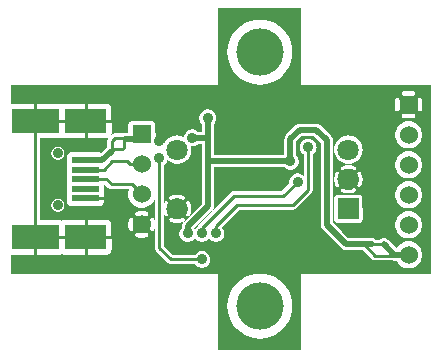
<source format=gbr>
G04 start of page 2 for group 0 idx 0 *
G04 Title: (unknown), top *
G04 Creator: pcb 20110918 *
G04 CreationDate: Mon 28 Oct 2013 08:12:09 PM GMT UTC *
G04 For: tszabo *
G04 Format: Gerber/RS-274X *
G04 PCB-Dimensions: 157480 125984 *
G04 PCB-Coordinate-Origin: lower left *
%MOIN*%
%FSLAX25Y25*%
%LNTOP*%
%ADD25C,0.0394*%
%ADD24C,0.0380*%
%ADD23C,0.0197*%
%ADD22C,0.0945*%
%ADD21C,0.0360*%
%ADD20R,0.0807X0.0807*%
%ADD19R,0.0197X0.0197*%
%ADD18C,0.0709*%
%ADD17C,0.0354*%
%ADD16C,0.0600*%
%ADD15C,0.1024*%
%ADD14C,0.1575*%
%ADD13C,0.0200*%
%ADD12C,0.0100*%
%ADD11C,0.0001*%
G54D11*G36*
X94471Y120078D02*X108268D01*
Y94094D01*
X94471D01*
Y94456D01*
X94488Y94455D01*
X96187Y94588D01*
X97844Y94986D01*
X99419Y95638D01*
X100872Y96529D01*
X102167Y97636D01*
X103274Y98931D01*
X104165Y100384D01*
X104817Y101959D01*
X105215Y103616D01*
X105315Y105315D01*
X105215Y107014D01*
X104817Y108671D01*
X104165Y110246D01*
X103274Y111699D01*
X102167Y112994D01*
X100872Y114101D01*
X99419Y114992D01*
X97844Y115644D01*
X96187Y116042D01*
X94488Y116175D01*
X94471Y116174D01*
Y120078D01*
G37*
G36*
X80709D02*X94471D01*
Y116174D01*
X92789Y116042D01*
X91132Y115644D01*
X89557Y114992D01*
X88104Y114101D01*
X86809Y112994D01*
X85702Y111699D01*
X84811Y110246D01*
X84159Y108671D01*
X83761Y107014D01*
X83628Y105315D01*
X83761Y103616D01*
X84159Y101959D01*
X84811Y100384D01*
X85702Y98931D01*
X86809Y97636D01*
X88104Y96529D01*
X89557Y95638D01*
X91132Y94986D01*
X92789Y94588D01*
X94471Y94456D01*
Y94094D01*
X80709D01*
Y120078D01*
G37*
G36*
X108268Y5905D02*X94471D01*
Y9810D01*
X94488Y9809D01*
X96187Y9942D01*
X97844Y10340D01*
X99419Y10992D01*
X100872Y11883D01*
X102167Y12990D01*
X103274Y14285D01*
X104165Y15738D01*
X104817Y17313D01*
X105215Y18970D01*
X105315Y20669D01*
X105215Y22368D01*
X104817Y24025D01*
X104165Y25600D01*
X103274Y27053D01*
X102167Y28348D01*
X100872Y29455D01*
X99419Y30346D01*
X97844Y30998D01*
X96187Y31396D01*
X94488Y31529D01*
X94471Y31528D01*
Y31890D01*
X108268D01*
Y5905D01*
G37*
G36*
X94471D02*X80709D01*
Y31890D01*
X94471D01*
Y31528D01*
X92789Y31396D01*
X91132Y30998D01*
X89557Y30346D01*
X88104Y29455D01*
X86809Y28348D01*
X85702Y27053D01*
X84811Y25600D01*
X84159Y24025D01*
X83761Y22368D01*
X83628Y20669D01*
X83761Y18970D01*
X84159Y17313D01*
X84811Y15738D01*
X85702Y14285D01*
X86809Y12990D01*
X88104Y11883D01*
X89557Y10992D01*
X91132Y10340D01*
X92789Y9942D01*
X94471Y9810D01*
Y5905D01*
G37*
G36*
X147844Y35302D02*X148116Y35746D01*
X148387Y36400D01*
X148552Y37089D01*
X148594Y37795D01*
X148552Y38501D01*
X148387Y39190D01*
X148116Y39844D01*
X147844Y40288D01*
Y45302D01*
X148116Y45746D01*
X148387Y46400D01*
X148552Y47089D01*
X148594Y47795D01*
X148552Y48501D01*
X148387Y49190D01*
X148116Y49844D01*
X147844Y50288D01*
Y55302D01*
X148116Y55746D01*
X148387Y56400D01*
X148552Y57089D01*
X148594Y57795D01*
X148552Y58501D01*
X148387Y59190D01*
X148116Y59844D01*
X147844Y60288D01*
Y65302D01*
X148116Y65746D01*
X148387Y66400D01*
X148552Y67089D01*
X148594Y67795D01*
X148552Y68501D01*
X148387Y69190D01*
X148116Y69844D01*
X147844Y70288D01*
Y75302D01*
X148116Y75746D01*
X148387Y76400D01*
X148552Y77089D01*
X148594Y77795D01*
X148552Y78501D01*
X148387Y79190D01*
X148116Y79844D01*
X147844Y80288D01*
Y85543D01*
X147962Y85552D01*
X148076Y85580D01*
X148186Y85625D01*
X148286Y85686D01*
X148376Y85763D01*
X148453Y85853D01*
X148514Y85953D01*
X148559Y86063D01*
X148587Y86177D01*
X148594Y86295D01*
Y89295D01*
X148587Y89413D01*
X148559Y89527D01*
X148514Y89637D01*
X148453Y89737D01*
X148376Y89827D01*
X148286Y89904D01*
X148186Y89965D01*
X148076Y90010D01*
X147962Y90038D01*
X147844Y90047D01*
Y94488D01*
X151575D01*
Y31496D01*
X147844D01*
Y35302D01*
G37*
G36*
Y80288D02*X147746Y80448D01*
X147286Y80987D01*
X146747Y81447D01*
X146143Y81817D01*
X145489Y82088D01*
X144800Y82253D01*
X144094Y82309D01*
Y83295D01*
X145594D01*
X145712Y83302D01*
X145826Y83330D01*
X145936Y83375D01*
X146036Y83436D01*
X146126Y83513D01*
X146203Y83603D01*
X146264Y83703D01*
X146309Y83813D01*
X146337Y83927D01*
X146346Y84045D01*
X146337Y84163D01*
X146309Y84277D01*
X146264Y84387D01*
X146203Y84487D01*
X146126Y84577D01*
X146036Y84654D01*
X145936Y84715D01*
X145826Y84760D01*
X145712Y84788D01*
X145594Y84795D01*
X144094D01*
Y90795D01*
X145594D01*
X145712Y90802D01*
X145826Y90830D01*
X145936Y90875D01*
X146036Y90936D01*
X146126Y91013D01*
X146203Y91103D01*
X146264Y91203D01*
X146309Y91313D01*
X146337Y91427D01*
X146346Y91545D01*
X146337Y91663D01*
X146309Y91777D01*
X146264Y91887D01*
X146203Y91987D01*
X146126Y92077D01*
X146036Y92154D01*
X145936Y92215D01*
X145826Y92260D01*
X145712Y92288D01*
X145594Y92295D01*
X144094D01*
Y94488D01*
X147844D01*
Y90047D01*
X147726Y90038D01*
X147612Y90010D01*
X147502Y89965D01*
X147402Y89904D01*
X147312Y89827D01*
X147235Y89737D01*
X147174Y89637D01*
X147129Y89527D01*
X147101Y89413D01*
X147094Y89295D01*
Y86295D01*
X147101Y86177D01*
X147129Y86063D01*
X147174Y85953D01*
X147235Y85853D01*
X147312Y85763D01*
X147402Y85686D01*
X147502Y85625D01*
X147612Y85580D01*
X147726Y85552D01*
X147844Y85543D01*
Y80288D01*
G37*
G36*
Y70288D02*X147746Y70448D01*
X147286Y70987D01*
X146747Y71447D01*
X146143Y71817D01*
X145489Y72088D01*
X144800Y72253D01*
X144094Y72309D01*
Y73281D01*
X144800Y73337D01*
X145489Y73502D01*
X146143Y73773D01*
X146747Y74143D01*
X147286Y74603D01*
X147746Y75142D01*
X147844Y75302D01*
Y70288D01*
G37*
G36*
Y60288D02*X147746Y60448D01*
X147286Y60987D01*
X146747Y61447D01*
X146143Y61817D01*
X145489Y62088D01*
X144800Y62253D01*
X144094Y62309D01*
Y63281D01*
X144800Y63337D01*
X145489Y63502D01*
X146143Y63773D01*
X146747Y64143D01*
X147286Y64603D01*
X147746Y65142D01*
X147844Y65302D01*
Y60288D01*
G37*
G36*
Y50288D02*X147746Y50448D01*
X147286Y50987D01*
X146747Y51447D01*
X146143Y51817D01*
X145489Y52088D01*
X144800Y52253D01*
X144094Y52309D01*
Y53281D01*
X144800Y53337D01*
X145489Y53502D01*
X146143Y53773D01*
X146747Y54143D01*
X147286Y54603D01*
X147746Y55142D01*
X147844Y55302D01*
Y50288D01*
G37*
G36*
Y40288D02*X147746Y40448D01*
X147286Y40987D01*
X146747Y41447D01*
X146143Y41817D01*
X145489Y42088D01*
X144800Y42253D01*
X144094Y42309D01*
Y43281D01*
X144800Y43337D01*
X145489Y43502D01*
X146143Y43773D01*
X146747Y44143D01*
X147286Y44603D01*
X147746Y45142D01*
X147844Y45302D01*
Y40288D01*
G37*
G36*
X144094Y33281D02*X144800Y33337D01*
X145489Y33502D01*
X146143Y33773D01*
X146747Y34143D01*
X147286Y34603D01*
X147746Y35142D01*
X147844Y35302D01*
Y31496D01*
X144094D01*
Y33281D01*
G37*
G36*
X140344Y55302D02*X140442Y55142D01*
X140902Y54603D01*
X141441Y54143D01*
X142045Y53773D01*
X142699Y53502D01*
X143388Y53337D01*
X144094Y53281D01*
Y52309D01*
X143388Y52253D01*
X142699Y52088D01*
X142045Y51817D01*
X141441Y51447D01*
X140902Y50987D01*
X140442Y50448D01*
X140344Y50288D01*
Y55302D01*
G37*
G36*
Y65302D02*X140442Y65142D01*
X140902Y64603D01*
X141441Y64143D01*
X142045Y63773D01*
X142699Y63502D01*
X143388Y63337D01*
X144094Y63281D01*
Y62309D01*
X143388Y62253D01*
X142699Y62088D01*
X142045Y61817D01*
X141441Y61447D01*
X140902Y60987D01*
X140442Y60448D01*
X140344Y60288D01*
Y65302D01*
G37*
G36*
Y75302D02*X140442Y75142D01*
X140902Y74603D01*
X141441Y74143D01*
X142045Y73773D01*
X142699Y73502D01*
X143388Y73337D01*
X144094Y73281D01*
Y72309D01*
X143388Y72253D01*
X142699Y72088D01*
X142045Y71817D01*
X141441Y71447D01*
X140902Y70987D01*
X140442Y70448D01*
X140344Y70288D01*
Y75302D01*
G37*
G36*
Y94488D02*X144094D01*
Y92295D01*
X142594D01*
X142476Y92288D01*
X142362Y92260D01*
X142252Y92215D01*
X142152Y92154D01*
X142062Y92077D01*
X141985Y91987D01*
X141924Y91887D01*
X141879Y91777D01*
X141851Y91663D01*
X141842Y91545D01*
X141851Y91427D01*
X141879Y91313D01*
X141924Y91203D01*
X141985Y91103D01*
X142062Y91013D01*
X142152Y90936D01*
X142252Y90875D01*
X142362Y90830D01*
X142476Y90802D01*
X142594Y90795D01*
X144094D01*
Y84795D01*
X142594D01*
X142476Y84788D01*
X142362Y84760D01*
X142252Y84715D01*
X142152Y84654D01*
X142062Y84577D01*
X141985Y84487D01*
X141924Y84387D01*
X141879Y84277D01*
X141851Y84163D01*
X141842Y84045D01*
X141851Y83927D01*
X141879Y83813D01*
X141924Y83703D01*
X141985Y83603D01*
X142062Y83513D01*
X142152Y83436D01*
X142252Y83375D01*
X142362Y83330D01*
X142476Y83302D01*
X142594Y83295D01*
X144094D01*
Y82309D01*
X143388Y82253D01*
X142699Y82088D01*
X142045Y81817D01*
X141441Y81447D01*
X140902Y80987D01*
X140442Y80448D01*
X140344Y80288D01*
Y85543D01*
X140462Y85552D01*
X140576Y85580D01*
X140686Y85625D01*
X140786Y85686D01*
X140876Y85763D01*
X140953Y85853D01*
X141014Y85953D01*
X141059Y86063D01*
X141087Y86177D01*
X141094Y86295D01*
Y89295D01*
X141087Y89413D01*
X141059Y89527D01*
X141014Y89637D01*
X140953Y89737D01*
X140876Y89827D01*
X140786Y89904D01*
X140686Y89965D01*
X140576Y90010D01*
X140462Y90038D01*
X140344Y90047D01*
Y94488D01*
G37*
G36*
X144094Y42309D02*X143388Y42253D01*
X142699Y42088D01*
X142045Y41817D01*
X141441Y41447D01*
X140902Y40987D01*
X140442Y40448D01*
X140344Y40288D01*
Y45302D01*
X140442Y45142D01*
X140902Y44603D01*
X141441Y44143D01*
X142045Y43773D01*
X142699Y43502D01*
X143388Y43337D01*
X144094Y43281D01*
Y42309D01*
G37*
G36*
X140344Y40288D02*X140101Y39892D01*
X137241Y42752D01*
X137006Y42961D01*
X136738Y43126D01*
X136447Y43246D01*
X136141Y43319D01*
X135827Y43344D01*
X135513Y43319D01*
X135207Y43246D01*
X134916Y43126D01*
X134648Y42961D01*
X134504Y42838D01*
X133213D01*
X133069Y42961D01*
X132801Y43126D01*
X132510Y43246D01*
X132204Y43319D01*
X131890Y43338D01*
X127895D01*
Y48471D01*
X127926Y48479D01*
X128097Y48550D01*
X128256Y48647D01*
X128397Y48768D01*
X128518Y48909D01*
X128615Y49068D01*
X128686Y49239D01*
X128730Y49420D01*
X128740Y49606D01*
X128730Y56878D01*
X128686Y57059D01*
X128615Y57230D01*
X128518Y57389D01*
X128397Y57530D01*
X128256Y57651D01*
X128097Y57748D01*
X127926Y57819D01*
X127895Y57827D01*
Y60474D01*
X127898Y60476D01*
X127979Y60522D01*
X128051Y60580D01*
X128114Y60649D01*
X128163Y60728D01*
X128356Y61112D01*
X128508Y61513D01*
X128624Y61927D01*
X128702Y62349D01*
X128740Y62777D01*
Y63207D01*
X128702Y63635D01*
X128624Y64057D01*
X128508Y64471D01*
X128356Y64872D01*
X128167Y65258D01*
X128116Y65337D01*
X128054Y65406D01*
X127981Y65465D01*
X127900Y65511D01*
X127895Y65513D01*
Y70122D01*
X128239Y70684D01*
X128523Y71371D01*
X128697Y72094D01*
X128740Y72835D01*
X128697Y73576D01*
X128523Y74299D01*
X128239Y74986D01*
X127895Y75548D01*
Y94488D01*
X140344D01*
Y90047D01*
X140226Y90038D01*
X140112Y90010D01*
X140002Y89965D01*
X139902Y89904D01*
X139812Y89827D01*
X139735Y89737D01*
X139674Y89637D01*
X139629Y89527D01*
X139601Y89413D01*
X139594Y89295D01*
Y86295D01*
X139601Y86177D01*
X139629Y86063D01*
X139674Y85953D01*
X139735Y85853D01*
X139812Y85763D01*
X139902Y85686D01*
X140002Y85625D01*
X140112Y85580D01*
X140226Y85552D01*
X140344Y85543D01*
Y80288D01*
X140072Y79844D01*
X139801Y79190D01*
X139636Y78501D01*
X139580Y77795D01*
X139636Y77089D01*
X139801Y76400D01*
X140072Y75746D01*
X140344Y75302D01*
Y70288D01*
X140072Y69844D01*
X139801Y69190D01*
X139636Y68501D01*
X139580Y67795D01*
X139636Y67089D01*
X139801Y66400D01*
X140072Y65746D01*
X140344Y65302D01*
Y60288D01*
X140072Y59844D01*
X139801Y59190D01*
X139636Y58501D01*
X139580Y57795D01*
X139636Y57089D01*
X139801Y56400D01*
X140072Y55746D01*
X140344Y55302D01*
Y50288D01*
X140072Y49844D01*
X139801Y49190D01*
X139636Y48501D01*
X139580Y47795D01*
X139636Y47089D01*
X139801Y46400D01*
X140072Y45746D01*
X140344Y45302D01*
Y40288D01*
G37*
G36*
X127895Y39338D02*X129013D01*
X131969Y36382D01*
X132007Y36337D01*
X132187Y36184D01*
X132388Y36060D01*
X132606Y35970D01*
X132836Y35915D01*
X133071Y35896D01*
X133130Y35901D01*
X138716D01*
X138750Y35887D01*
X138824Y35869D01*
X139056Y35814D01*
X139370Y35789D01*
X139448Y35795D01*
X140052D01*
X140072Y35746D01*
X140442Y35142D01*
X140902Y34603D01*
X141441Y34143D01*
X142045Y33773D01*
X142699Y33502D01*
X143388Y33337D01*
X144094Y33281D01*
Y31496D01*
X127895D01*
Y39338D01*
G37*
G36*
Y75548D02*X127850Y75621D01*
X127367Y76186D01*
X126802Y76669D01*
X126167Y77058D01*
X125480Y77342D01*
X124757Y77516D01*
X124016Y77574D01*
X124009Y77573D01*
Y94488D01*
X127895D01*
Y75548D01*
G37*
G36*
Y57827D02*X127745Y57863D01*
X127560Y57874D01*
X124009Y57868D01*
Y58268D01*
X124231D01*
X124659Y58306D01*
X125081Y58384D01*
X125495Y58500D01*
X125896Y58652D01*
X126282Y58841D01*
X126361Y58892D01*
X126430Y58954D01*
X126489Y59027D01*
X126535Y59108D01*
X126569Y59196D01*
X126588Y59287D01*
X126593Y59380D01*
X126583Y59473D01*
X126558Y59564D01*
X126520Y59649D01*
X126469Y59727D01*
X126406Y59797D01*
X126333Y59855D01*
X126252Y59902D01*
X126165Y59935D01*
X126073Y59955D01*
X125980Y59959D01*
X125887Y59949D01*
X125797Y59925D01*
X125712Y59885D01*
X125425Y59741D01*
X125124Y59626D01*
X124814Y59540D01*
X124497Y59481D01*
X124177Y59452D01*
X124009D01*
Y66532D01*
X124177D01*
X124497Y66503D01*
X124814Y66444D01*
X125124Y66358D01*
X125425Y66243D01*
X125714Y66102D01*
X125798Y66063D01*
X125888Y66038D01*
X125980Y66028D01*
X126073Y66033D01*
X126164Y66052D01*
X126251Y66085D01*
X126331Y66132D01*
X126404Y66190D01*
X126466Y66259D01*
X126517Y66337D01*
X126555Y66421D01*
X126579Y66511D01*
X126589Y66604D01*
X126584Y66696D01*
X126565Y66787D01*
X126532Y66874D01*
X126486Y66955D01*
X126428Y67027D01*
X126359Y67090D01*
X126280Y67139D01*
X125896Y67332D01*
X125495Y67484D01*
X125081Y67600D01*
X124659Y67678D01*
X124231Y67716D01*
X124009D01*
Y68097D01*
X124016Y68096D01*
X124757Y68154D01*
X125480Y68328D01*
X126167Y68612D01*
X126802Y69001D01*
X127367Y69484D01*
X127850Y70049D01*
X127895Y70122D01*
Y65513D01*
X127812Y65545D01*
X127721Y65564D01*
X127628Y65569D01*
X127535Y65559D01*
X127444Y65534D01*
X127359Y65496D01*
X127281Y65445D01*
X127211Y65382D01*
X127153Y65309D01*
X127106Y65228D01*
X127073Y65141D01*
X127053Y65049D01*
X127049Y64956D01*
X127059Y64863D01*
X127083Y64773D01*
X127123Y64688D01*
X127267Y64401D01*
X127382Y64100D01*
X127468Y63790D01*
X127527Y63473D01*
X127556Y63153D01*
Y62831D01*
X127527Y62511D01*
X127468Y62194D01*
X127382Y61884D01*
X127267Y61583D01*
X127126Y61294D01*
X127087Y61210D01*
X127062Y61120D01*
X127052Y61028D01*
X127057Y60935D01*
X127076Y60844D01*
X127109Y60757D01*
X127156Y60677D01*
X127214Y60604D01*
X127283Y60542D01*
X127361Y60491D01*
X127445Y60453D01*
X127535Y60429D01*
X127628Y60419D01*
X127720Y60424D01*
X127811Y60443D01*
X127895Y60474D01*
Y57827D01*
G37*
G36*
Y43338D02*X124057D01*
X124009Y43386D01*
Y48430D01*
X127745Y48435D01*
X127895Y48471D01*
Y43338D01*
G37*
G36*
X124009Y39338D02*X127895D01*
Y31496D01*
X124009D01*
Y39338D01*
G37*
G36*
X120137Y70122D02*X120182Y70049D01*
X120665Y69484D01*
X121230Y69001D01*
X121865Y68612D01*
X122552Y68328D01*
X123275Y68154D01*
X124009Y68097D01*
Y67716D01*
X123801D01*
X123373Y67678D01*
X122951Y67600D01*
X122537Y67484D01*
X122136Y67332D01*
X121750Y67143D01*
X121671Y67092D01*
X121602Y67030D01*
X121543Y66957D01*
X121497Y66876D01*
X121463Y66788D01*
X121444Y66697D01*
X121439Y66604D01*
X121449Y66511D01*
X121474Y66420D01*
X121512Y66335D01*
X121563Y66257D01*
X121626Y66187D01*
X121699Y66129D01*
X121780Y66082D01*
X121867Y66049D01*
X121959Y66029D01*
X122052Y66025D01*
X122145Y66035D01*
X122235Y66059D01*
X122320Y66099D01*
X122607Y66243D01*
X122908Y66358D01*
X123218Y66444D01*
X123535Y66503D01*
X123855Y66532D01*
X124009D01*
Y59452D01*
X123855D01*
X123535Y59481D01*
X123218Y59540D01*
X122908Y59626D01*
X122607Y59741D01*
X122318Y59882D01*
X122234Y59921D01*
X122144Y59946D01*
X122052Y59956D01*
X121959Y59951D01*
X121868Y59932D01*
X121781Y59899D01*
X121701Y59852D01*
X121628Y59794D01*
X121566Y59725D01*
X121515Y59647D01*
X121477Y59563D01*
X121453Y59473D01*
X121443Y59380D01*
X121448Y59288D01*
X121467Y59197D01*
X121500Y59110D01*
X121546Y59029D01*
X121604Y58957D01*
X121673Y58894D01*
X121752Y58845D01*
X122136Y58652D01*
X122537Y58500D01*
X122951Y58384D01*
X123373Y58306D01*
X123801Y58268D01*
X124009D01*
Y57868D01*
X120287Y57863D01*
X120137Y57827D01*
Y60471D01*
X120220Y60439D01*
X120311Y60420D01*
X120404Y60415D01*
X120497Y60425D01*
X120588Y60450D01*
X120673Y60488D01*
X120751Y60539D01*
X120821Y60602D01*
X120879Y60675D01*
X120926Y60756D01*
X120959Y60843D01*
X120979Y60935D01*
X120983Y61028D01*
X120973Y61121D01*
X120949Y61211D01*
X120909Y61296D01*
X120765Y61583D01*
X120650Y61884D01*
X120564Y62194D01*
X120505Y62511D01*
X120476Y62831D01*
Y63153D01*
X120505Y63473D01*
X120564Y63790D01*
X120650Y64100D01*
X120765Y64401D01*
X120906Y64690D01*
X120945Y64774D01*
X120970Y64864D01*
X120980Y64956D01*
X120975Y65049D01*
X120956Y65140D01*
X120923Y65227D01*
X120876Y65307D01*
X120818Y65380D01*
X120749Y65442D01*
X120671Y65493D01*
X120587Y65531D01*
X120497Y65555D01*
X120404Y65565D01*
X120312Y65560D01*
X120221Y65541D01*
X120137Y65510D01*
Y70122D01*
G37*
G36*
Y94488D02*X124009D01*
Y77573D01*
X123275Y77516D01*
X122552Y77342D01*
X121865Y77058D01*
X121230Y76669D01*
X120665Y76186D01*
X120182Y75621D01*
X120137Y75548D01*
Y94488D01*
G37*
G36*
X124009Y43386D02*X122012Y45382D01*
X120137Y47258D01*
Y48471D01*
X120287Y48435D01*
X120472Y48424D01*
X124009Y48430D01*
Y43386D01*
G37*
G36*
X120137Y47258D02*X118929Y48466D01*
Y75906D01*
X118935Y75984D01*
X118910Y76298D01*
X118837Y76604D01*
X118717Y76895D01*
X118552Y77163D01*
X118552Y77163D01*
X118348Y77403D01*
X118288Y77454D01*
X114856Y80886D01*
X114805Y80946D01*
X114565Y81150D01*
X114565Y81150D01*
X114297Y81315D01*
X114006Y81435D01*
X113700Y81508D01*
X113386Y81533D01*
X113308Y81527D01*
X107952D01*
X107874Y81533D01*
X107560Y81508D01*
X107254Y81435D01*
X106963Y81315D01*
X106695Y81150D01*
X106694Y81150D01*
X106455Y80946D01*
X106404Y80886D01*
X103366Y77847D01*
X103306Y77796D01*
X103101Y77557D01*
X102937Y77288D01*
X102816Y76998D01*
X102743Y76692D01*
X102718Y76378D01*
X102724Y76299D01*
Y70897D01*
X79165D01*
Y76693D01*
X79171Y76771D01*
X79165Y76850D01*
Y81494D01*
X79437Y81813D01*
X79668Y82189D01*
X79836Y82596D01*
X79939Y83025D01*
X79965Y83464D01*
X79939Y83903D01*
X79836Y84332D01*
X79668Y84739D01*
X79437Y85115D01*
X79151Y85450D01*
X78816Y85736D01*
X78440Y85967D01*
X78033Y86135D01*
X77604Y86238D01*
X77165Y86273D01*
X76726Y86238D01*
X76297Y86135D01*
X75890Y85967D01*
X75514Y85736D01*
X75179Y85450D01*
X74893Y85115D01*
X74662Y84739D01*
X74494Y84332D01*
X74391Y83903D01*
X74356Y83464D01*
X74391Y83025D01*
X74494Y82596D01*
X74662Y82189D01*
X74893Y81813D01*
X75159Y81502D01*
Y81502D01*
X75165Y81494D01*
Y78771D01*
X74017D01*
X74009Y78777D01*
X74009D01*
X73698Y79043D01*
X73322Y79274D01*
X72915Y79442D01*
X72486Y79545D01*
X72047Y79580D01*
X71608Y79545D01*
X71179Y79442D01*
X70772Y79274D01*
X70396Y79043D01*
X70061Y78757D01*
X69775Y78422D01*
X69544Y78046D01*
X69376Y77639D01*
X69360Y77574D01*
X69273Y77210D01*
X69253Y76952D01*
X69080Y77058D01*
X68393Y77342D01*
X67670Y77516D01*
X66929Y77574D01*
X66188Y77516D01*
X65465Y77342D01*
X64778Y77058D01*
X64143Y76669D01*
X63728Y76314D01*
X63635Y76700D01*
X63467Y77107D01*
X63236Y77483D01*
X63158Y77574D01*
X62950Y77818D01*
X62615Y78104D01*
X62239Y78335D01*
X61832Y78503D01*
X61403Y78606D01*
X60964Y78641D01*
X60525Y78606D01*
X60096Y78503D01*
X59689Y78335D01*
X59609Y78286D01*
X59603Y81148D01*
X59548Y81378D01*
X59458Y81596D01*
X59334Y81797D01*
X59181Y81977D01*
X59001Y82130D01*
X58800Y82254D01*
X58582Y82344D01*
X58352Y82399D01*
X58117Y82413D01*
X55119Y82406D01*
Y94488D01*
X94064D01*
X94488Y94455D01*
X94912Y94488D01*
X120137D01*
Y75548D01*
X119793Y74986D01*
X119509Y74299D01*
X119335Y73576D01*
X119277Y72835D01*
X119335Y72094D01*
X119509Y71371D01*
X119793Y70684D01*
X120137Y70122D01*
Y65510D01*
X120134Y65508D01*
X120053Y65462D01*
X119981Y65404D01*
X119918Y65335D01*
X119869Y65256D01*
X119676Y64872D01*
X119524Y64471D01*
X119408Y64057D01*
X119330Y63635D01*
X119292Y63207D01*
Y62777D01*
X119330Y62349D01*
X119408Y61927D01*
X119524Y61513D01*
X119676Y61112D01*
X119865Y60726D01*
X119916Y60647D01*
X119978Y60578D01*
X120051Y60519D01*
X120132Y60473D01*
X120137Y60471D01*
Y57827D01*
X120106Y57819D01*
X119935Y57748D01*
X119776Y57651D01*
X119635Y57530D01*
X119514Y57389D01*
X119417Y57230D01*
X119346Y57059D01*
X119302Y56878D01*
X119292Y56692D01*
X119302Y49420D01*
X119346Y49239D01*
X119417Y49068D01*
X119514Y48909D01*
X119635Y48768D01*
X119776Y48647D01*
X119935Y48550D01*
X120106Y48479D01*
X120137Y48471D01*
Y47258D01*
G37*
G36*
X70808Y70122D02*X71152Y70684D01*
X71436Y71371D01*
X71610Y72094D01*
X71654Y72835D01*
X71610Y73576D01*
X71503Y74022D01*
X71608Y73997D01*
X72047Y73962D01*
X72486Y73997D01*
X72915Y74100D01*
X73322Y74268D01*
X73698Y74499D01*
X74017Y74771D01*
X75165D01*
Y68976D01*
X75159Y68898D01*
X75159Y68894D01*
X75165Y68819D01*
Y54765D01*
X70808Y50407D01*
Y50631D01*
X70811Y50633D01*
X70892Y50679D01*
X70964Y50737D01*
X71027Y50806D01*
X71076Y50885D01*
X71269Y51269D01*
X71421Y51670D01*
X71537Y52084D01*
X71615Y52506D01*
X71653Y52934D01*
Y53364D01*
X71615Y53792D01*
X71537Y54214D01*
X71421Y54628D01*
X71269Y55029D01*
X71080Y55415D01*
X71029Y55494D01*
X70967Y55563D01*
X70894Y55622D01*
X70813Y55668D01*
X70808Y55670D01*
Y70122D01*
G37*
G36*
X112691Y75520D02*X112616Y75608D01*
X112281Y75894D01*
X111905Y76124D01*
X111498Y76293D01*
X111069Y76396D01*
X110630Y76430D01*
X110191Y76396D01*
X109762Y76293D01*
X109355Y76124D01*
X108979Y75894D01*
X108644Y75608D01*
X108358Y75273D01*
X108127Y74897D01*
X107959Y74490D01*
X107856Y74061D01*
X107821Y73622D01*
X107856Y73182D01*
X107959Y72754D01*
X108127Y72347D01*
X108358Y71971D01*
X108644Y71636D01*
X108979Y71350D01*
X109130Y71257D01*
Y64123D01*
X109073Y64190D01*
X108737Y64477D01*
X108362Y64707D01*
X107955Y64876D01*
X107526Y64979D01*
X107087Y65013D01*
X106647Y64979D01*
X106219Y64876D01*
X105812Y64707D01*
X105436Y64477D01*
X105101Y64190D01*
X104814Y63855D01*
X104584Y63480D01*
X104415Y63072D01*
X104313Y62644D01*
X104278Y62204D01*
X104283Y62134D01*
X104313Y61765D01*
X104354Y61593D01*
X101741Y58980D01*
X85885D01*
X85827Y58985D01*
X85595Y58966D01*
X85592Y58966D01*
X85362Y58911D01*
X85144Y58821D01*
X84943Y58697D01*
X84763Y58544D01*
X84725Y58499D01*
X74178Y47952D01*
X74133Y47914D01*
X73980Y47734D01*
X73856Y47533D01*
X73766Y47315D01*
X73759Y47284D01*
X73546Y47154D01*
X73211Y46868D01*
X72925Y46533D01*
X72834Y46386D01*
X72744Y46533D01*
X72673Y46616D01*
X78524Y52467D01*
X78584Y52518D01*
X78788Y52757D01*
X78788Y52757D01*
X78953Y53026D01*
X79073Y53316D01*
X79146Y53623D01*
X79171Y53936D01*
X79165Y54015D01*
Y66897D01*
X102755D01*
X103074Y66625D01*
X103449Y66395D01*
X103856Y66226D01*
X104285Y66123D01*
X104724Y66089D01*
X105164Y66123D01*
X105592Y66226D01*
X106000Y66395D01*
X106375Y66625D01*
X106710Y66911D01*
X106997Y67247D01*
X107227Y67622D01*
X107396Y68029D01*
X107498Y68458D01*
X107524Y68897D01*
X107498Y69337D01*
X107396Y69765D01*
X107227Y70172D01*
X106997Y70548D01*
X106724Y70867D01*
Y75549D01*
X108702Y77527D01*
X112558D01*
X114929Y75156D01*
Y47716D01*
X114923Y47638D01*
X114948Y47324D01*
X114948Y47324D01*
Y47324D01*
X114948Y47324D01*
X114991Y47143D01*
X115021Y47018D01*
X115021Y47018D01*
X115021Y47018D01*
X115087Y46859D01*
X115141Y46727D01*
X115141Y46727D01*
X115141Y46727D01*
X115222Y46595D01*
X115306Y46459D01*
X115306Y46459D01*
X115306Y46459D01*
X115510Y46219D01*
X115570Y46168D01*
X121758Y39979D01*
X121809Y39919D01*
X122048Y39716D01*
X122049Y39715D01*
X122049Y39715D01*
X122049Y39715D01*
X122171Y39640D01*
X122317Y39551D01*
X122317Y39551D01*
X122317Y39550D01*
X122466Y39489D01*
X122608Y39430D01*
X122608Y39430D01*
X122608Y39430D01*
X122770Y39391D01*
X122914Y39357D01*
X122914Y39357D01*
X122914Y39357D01*
X122915Y39356D01*
X123228Y39332D01*
X123306Y39338D01*
X124009D01*
Y31496D01*
X94912D01*
X94488Y31529D01*
X94064Y31496D01*
X70808D01*
Y34720D01*
X72832D01*
X72925Y34569D01*
X73211Y34234D01*
X73546Y33948D01*
X73922Y33717D01*
X74329Y33549D01*
X74758Y33446D01*
X75197Y33411D01*
X75636Y33446D01*
X76065Y33549D01*
X76472Y33717D01*
X76848Y33948D01*
X77183Y34234D01*
X77469Y34569D01*
X77700Y34945D01*
X77868Y35352D01*
X77971Y35781D01*
X77997Y36220D01*
X77971Y36659D01*
X77868Y37088D01*
X77700Y37495D01*
X77469Y37871D01*
X77183Y38206D01*
X76848Y38492D01*
X76472Y38723D01*
X76065Y38891D01*
X75636Y38994D01*
X75197Y39029D01*
X74758Y38994D01*
X74329Y38891D01*
X73922Y38723D01*
X73546Y38492D01*
X73211Y38206D01*
X72925Y37871D01*
X72835Y37725D01*
X72832Y37720D01*
X70808D01*
Y42100D01*
X70911Y42108D01*
X71340Y42211D01*
X71747Y42379D01*
X72123Y42610D01*
X72458Y42896D01*
X72744Y43231D01*
X72834Y43378D01*
X72925Y43231D01*
X73211Y42896D01*
X73546Y42610D01*
X73922Y42379D01*
X74329Y42211D01*
X74758Y42108D01*
X75197Y42073D01*
X75636Y42108D01*
X76065Y42211D01*
X76472Y42379D01*
X76848Y42610D01*
X77183Y42896D01*
X77469Y43231D01*
X77559Y43378D01*
X77649Y43231D01*
X77935Y42896D01*
X78270Y42610D01*
X78646Y42379D01*
X79053Y42211D01*
X79482Y42108D01*
X79921Y42073D01*
X80360Y42108D01*
X80789Y42211D01*
X81196Y42379D01*
X81572Y42610D01*
X81907Y42896D01*
X82193Y43231D01*
X82424Y43607D01*
X82592Y44014D01*
X82695Y44443D01*
X82721Y44882D01*
X82695Y45321D01*
X82595Y45739D01*
X82592Y45750D01*
X82424Y46157D01*
X82193Y46533D01*
X81907Y46868D01*
X81777Y46979D01*
X87629Y52830D01*
X105453D01*
X105512Y52826D01*
X105747Y52844D01*
X105747Y52844D01*
X105977Y52899D01*
X106195Y52990D01*
X106396Y53113D01*
X106576Y53267D01*
X106614Y53311D01*
X111649Y58346D01*
X111694Y58385D01*
X111847Y58564D01*
X111847Y58564D01*
X111971Y58765D01*
X112061Y58984D01*
X112116Y59213D01*
X112135Y59449D01*
X112130Y59507D01*
Y71257D01*
X112281Y71350D01*
X112616Y71636D01*
X112902Y71971D01*
X113132Y72347D01*
X113301Y72754D01*
X113316Y72815D01*
Y72815D01*
X113404Y73182D01*
X113430Y73622D01*
X113404Y74061D01*
X113301Y74490D01*
X113132Y74897D01*
X112902Y75273D01*
X112691Y75520D01*
G37*
G36*
X70808Y37720D02*X66931D01*
Y48425D01*
X67144D01*
X67572Y48463D01*
X67994Y48541D01*
X68408Y48657D01*
X68809Y48809D01*
X69195Y48998D01*
X69274Y49049D01*
X69343Y49111D01*
X69402Y49184D01*
X69448Y49265D01*
X69482Y49353D01*
X69501Y49444D01*
X69506Y49537D01*
X69496Y49630D01*
X69471Y49721D01*
X69433Y49806D01*
X69382Y49884D01*
X69319Y49954D01*
X69246Y50012D01*
X69165Y50059D01*
X69078Y50092D01*
X68986Y50112D01*
X68893Y50116D01*
X68800Y50106D01*
X68710Y50082D01*
X68625Y50042D01*
X68338Y49898D01*
X68037Y49783D01*
X67727Y49697D01*
X67410Y49638D01*
X67090Y49609D01*
X66931D01*
Y56689D01*
X67090D01*
X67410Y56660D01*
X67727Y56601D01*
X68037Y56515D01*
X68338Y56400D01*
X68627Y56259D01*
X68711Y56220D01*
X68801Y56195D01*
X68893Y56185D01*
X68986Y56190D01*
X69077Y56209D01*
X69164Y56242D01*
X69244Y56289D01*
X69317Y56347D01*
X69379Y56416D01*
X69430Y56494D01*
X69468Y56578D01*
X69492Y56668D01*
X69502Y56761D01*
X69497Y56853D01*
X69478Y56944D01*
X69445Y57031D01*
X69399Y57112D01*
X69341Y57184D01*
X69272Y57247D01*
X69193Y57296D01*
X68809Y57489D01*
X68408Y57641D01*
X67994Y57757D01*
X67572Y57835D01*
X67144Y57873D01*
X66931D01*
Y68096D01*
X67670Y68154D01*
X68393Y68328D01*
X69080Y68612D01*
X69715Y69001D01*
X70280Y69484D01*
X70763Y70049D01*
X70808Y70122D01*
Y55670D01*
X70725Y55702D01*
X70634Y55721D01*
X70541Y55726D01*
X70448Y55716D01*
X70357Y55691D01*
X70272Y55653D01*
X70194Y55602D01*
X70124Y55539D01*
X70066Y55466D01*
X70019Y55385D01*
X69986Y55298D01*
X69966Y55206D01*
X69962Y55113D01*
X69972Y55020D01*
X69996Y54930D01*
X70036Y54845D01*
X70180Y54558D01*
X70295Y54257D01*
X70381Y53947D01*
X70440Y53630D01*
X70469Y53310D01*
Y52988D01*
X70451Y52793D01*
X70440Y52668D01*
X70381Y52351D01*
X70295Y52041D01*
X70180Y51740D01*
X70039Y51451D01*
X70000Y51367D01*
X69975Y51277D01*
X69965Y51185D01*
X69970Y51092D01*
X69989Y51001D01*
X70022Y50914D01*
X70069Y50834D01*
X70127Y50761D01*
X70196Y50699D01*
X70274Y50648D01*
X70358Y50610D01*
X70448Y50586D01*
X70541Y50576D01*
X70633Y50581D01*
X70724Y50600D01*
X70808Y50631D01*
Y50407D01*
X69113Y48713D01*
X69053Y48662D01*
X68849Y48423D01*
X68684Y48154D01*
X68564Y47863D01*
X68491Y47557D01*
X68466Y47243D01*
X68472Y47165D01*
Y46852D01*
X68466Y46844D01*
X68200Y46533D01*
X67969Y46157D01*
X67801Y45750D01*
X67698Y45321D01*
X67663Y44882D01*
X67698Y44443D01*
X67801Y44014D01*
X67969Y43607D01*
X68200Y43231D01*
X68486Y42896D01*
X68821Y42610D01*
X69197Y42379D01*
X69604Y42211D01*
X70033Y42108D01*
X70472Y42073D01*
X70808Y42100D01*
Y37720D01*
G37*
G36*
X66931D02*X65582D01*
X62524Y40779D01*
Y51442D01*
X62589Y51269D01*
X62778Y50883D01*
X62829Y50804D01*
X62891Y50735D01*
X62964Y50676D01*
X63045Y50630D01*
X63133Y50596D01*
X63224Y50577D01*
X63317Y50572D01*
X63410Y50582D01*
X63501Y50607D01*
X63586Y50645D01*
X63664Y50696D01*
X63734Y50759D01*
X63792Y50832D01*
X63839Y50913D01*
X63872Y51000D01*
X63892Y51092D01*
X63896Y51185D01*
X63886Y51278D01*
X63862Y51368D01*
X63822Y51453D01*
X63678Y51740D01*
X63563Y52041D01*
X63477Y52351D01*
X63418Y52668D01*
X63389Y52988D01*
Y53310D01*
X63418Y53630D01*
X63477Y53947D01*
X63563Y54257D01*
X63678Y54558D01*
X63819Y54847D01*
X63858Y54931D01*
X63883Y55021D01*
X63893Y55113D01*
X63888Y55206D01*
X63869Y55297D01*
X63836Y55384D01*
X63789Y55464D01*
X63731Y55537D01*
X63662Y55599D01*
X63584Y55650D01*
X63500Y55688D01*
X63410Y55712D01*
X63317Y55722D01*
X63225Y55717D01*
X63134Y55698D01*
X63047Y55665D01*
X62966Y55619D01*
X62894Y55561D01*
X62831Y55492D01*
X62782Y55413D01*
X62589Y55029D01*
X62524Y54856D01*
Y67714D01*
X62674Y67806D01*
X63010Y68092D01*
X63296Y68428D01*
X63526Y68803D01*
X63695Y69211D01*
X63729Y69355D01*
X63773Y69318D01*
X64143Y69001D01*
X64778Y68612D01*
X65465Y68328D01*
X66188Y68154D01*
X66929Y68096D01*
X66931Y68096D01*
Y57873D01*
X66714D01*
X66286Y57835D01*
X65864Y57757D01*
X65450Y57641D01*
X65049Y57489D01*
X64663Y57300D01*
X64584Y57249D01*
X64515Y57187D01*
X64456Y57114D01*
X64410Y57033D01*
X64376Y56945D01*
X64357Y56854D01*
X64352Y56761D01*
X64362Y56668D01*
X64387Y56577D01*
X64425Y56492D01*
X64476Y56414D01*
X64539Y56344D01*
X64612Y56286D01*
X64693Y56239D01*
X64780Y56206D01*
X64872Y56186D01*
X64965Y56182D01*
X65058Y56192D01*
X65148Y56216D01*
X65233Y56256D01*
X65520Y56400D01*
X65821Y56515D01*
X66131Y56601D01*
X66448Y56660D01*
X66768Y56689D01*
X66931D01*
Y49609D01*
X66768D01*
X66448Y49638D01*
X66131Y49697D01*
X65821Y49783D01*
X65520Y49898D01*
X65231Y50039D01*
X65147Y50078D01*
X65057Y50103D01*
X64965Y50113D01*
X64872Y50108D01*
X64781Y50089D01*
X64694Y50056D01*
X64614Y50009D01*
X64541Y49951D01*
X64479Y49882D01*
X64428Y49804D01*
X64390Y49720D01*
X64366Y49630D01*
X64356Y49537D01*
X64361Y49445D01*
X64380Y49354D01*
X64413Y49267D01*
X64459Y49186D01*
X64517Y49114D01*
X64586Y49051D01*
X64665Y49002D01*
X65049Y48809D01*
X65450Y48657D01*
X65864Y48541D01*
X66286Y48463D01*
X66714Y48425D01*
X66931D01*
Y37720D01*
G37*
G36*
X70808Y31496D02*X55119D01*
Y43408D01*
X55550Y43429D01*
X55980Y43491D01*
X56401Y43595D01*
X56811Y43738D01*
X56917Y43791D01*
X57013Y43860D01*
X57098Y43943D01*
X57168Y44038D01*
X57223Y44144D01*
X57260Y44256D01*
X57280Y44373D01*
X57281Y44492D01*
X57263Y44609D01*
X57227Y44722D01*
X57174Y44828D01*
X57105Y44925D01*
X57022Y45009D01*
X56926Y45080D01*
X56821Y45134D01*
X56709Y45172D01*
X56592Y45191D01*
X56473Y45192D01*
X56356Y45174D01*
X56243Y45136D01*
X55972Y45037D01*
X55692Y44969D01*
X55406Y44927D01*
X55119Y44913D01*
Y50913D01*
X55406Y50899D01*
X55692Y50857D01*
X55972Y50789D01*
X56245Y50693D01*
X56356Y50655D01*
X56473Y50638D01*
X56591Y50638D01*
X56708Y50658D01*
X56820Y50695D01*
X56924Y50749D01*
X57019Y50819D01*
X57102Y50904D01*
X57171Y51000D01*
X57224Y51105D01*
X57260Y51218D01*
X57277Y51334D01*
X57276Y51452D01*
X57257Y51569D01*
X57220Y51681D01*
X57165Y51786D01*
X57095Y51881D01*
X57011Y51964D01*
X56915Y52032D01*
X56809Y52083D01*
X56401Y52231D01*
X55980Y52335D01*
X55550Y52397D01*
X55119Y52418D01*
Y53399D01*
X55823Y53455D01*
X56512Y53620D01*
X57166Y53891D01*
X57770Y54261D01*
X58309Y54721D01*
X58769Y55260D01*
X59139Y55864D01*
X59410Y56518D01*
X59459Y56724D01*
Y56724D01*
X59524Y56992D01*
Y48838D01*
X59459Y49099D01*
X59435Y49197D01*
X59292Y49607D01*
X59239Y49713D01*
X59170Y49809D01*
X59087Y49894D01*
X58992Y49964D01*
X58886Y50019D01*
X58774Y50056D01*
X58657Y50076D01*
X58538Y50077D01*
X58421Y50059D01*
X58308Y50023D01*
X58202Y49970D01*
X58105Y49901D01*
X58021Y49818D01*
X57950Y49722D01*
X57896Y49617D01*
X57858Y49505D01*
X57839Y49388D01*
X57838Y49269D01*
X57856Y49152D01*
X57894Y49039D01*
X57993Y48768D01*
X58061Y48488D01*
X58103Y48202D01*
X58117Y47913D01*
X58103Y47624D01*
X58061Y47338D01*
X57993Y47058D01*
X57897Y46785D01*
X57859Y46674D01*
X57842Y46557D01*
X57842Y46439D01*
X57862Y46322D01*
X57899Y46210D01*
X57953Y46106D01*
X58023Y46011D01*
X58108Y45928D01*
X58204Y45859D01*
X58309Y45806D01*
X58422Y45770D01*
X58538Y45753D01*
X58656Y45754D01*
X58773Y45773D01*
X58885Y45810D01*
X58990Y45865D01*
X59085Y45935D01*
X59168Y46019D01*
X59236Y46115D01*
X59287Y46221D01*
X59435Y46629D01*
X59459Y46727D01*
X59524Y46988D01*
Y40216D01*
X59519Y40157D01*
X59538Y39922D01*
X59593Y39692D01*
X59683Y39474D01*
X59806Y39273D01*
X59960Y39093D01*
X60005Y39055D01*
X63858Y35201D01*
X63897Y35156D01*
X64076Y35003D01*
X64278Y34880D01*
X64496Y34789D01*
X64725Y34734D01*
X64961Y34716D01*
X65019Y34720D01*
X70808D01*
Y31496D01*
G37*
G36*
X55119D02*X51504D01*
Y45762D01*
X51577Y45750D01*
X51696Y45749D01*
X51813Y45767D01*
X51926Y45803D01*
X52032Y45856D01*
X52129Y45925D01*
X52213Y46008D01*
X52284Y46104D01*
X52338Y46209D01*
X52376Y46321D01*
X52395Y46438D01*
X52396Y46557D01*
X52378Y46674D01*
X52340Y46787D01*
X52241Y47058D01*
X52173Y47338D01*
X52131Y47624D01*
X52117Y47913D01*
X52131Y48202D01*
X52173Y48488D01*
X52241Y48768D01*
X52337Y49041D01*
X52375Y49152D01*
X52392Y49269D01*
X52392Y49387D01*
X52372Y49504D01*
X52335Y49616D01*
X52281Y49720D01*
X52211Y49815D01*
X52126Y49898D01*
X52030Y49967D01*
X51925Y50020D01*
X51812Y50056D01*
X51696Y50073D01*
X51578Y50072D01*
X51504Y50060D01*
Y55215D01*
X51925Y54721D01*
X52464Y54261D01*
X53068Y53891D01*
X53722Y53620D01*
X54411Y53455D01*
X55117Y53399D01*
X55119Y53399D01*
Y52418D01*
X55117Y52418D01*
X54684Y52397D01*
X54254Y52335D01*
X53833Y52231D01*
X53423Y52088D01*
X53317Y52035D01*
X53221Y51966D01*
X53136Y51883D01*
X53066Y51788D01*
X53011Y51682D01*
X52974Y51570D01*
X52954Y51453D01*
X52953Y51334D01*
X52971Y51217D01*
X53007Y51104D01*
X53060Y50998D01*
X53129Y50901D01*
X53212Y50817D01*
X53308Y50746D01*
X53413Y50692D01*
X53525Y50654D01*
X53642Y50635D01*
X53761Y50634D01*
X53878Y50652D01*
X53991Y50690D01*
X54262Y50789D01*
X54542Y50857D01*
X54828Y50899D01*
X55117Y50913D01*
X55119Y50913D01*
Y44913D01*
X55117Y44913D01*
X54828Y44927D01*
X54542Y44969D01*
X54262Y45037D01*
X53989Y45133D01*
X53878Y45171D01*
X53761Y45188D01*
X53643Y45188D01*
X53526Y45168D01*
X53414Y45131D01*
X53310Y45077D01*
X53215Y45007D01*
X53132Y44922D01*
X53063Y44826D01*
X53010Y44721D01*
X52974Y44608D01*
X52957Y44492D01*
X52958Y44374D01*
X52977Y44257D01*
X53014Y44145D01*
X53069Y44040D01*
X53139Y43945D01*
X53223Y43862D01*
X53319Y43794D01*
X53425Y43743D01*
X53833Y43595D01*
X54254Y43491D01*
X54684Y43429D01*
X55117Y43408D01*
X55119Y43408D01*
Y31496D01*
G37*
G36*
X51504D02*X27161D01*
Y37811D01*
X27836Y37811D01*
X28108Y37877D01*
X28365Y37983D01*
X28542Y38092D01*
X28720Y37983D01*
X28977Y37877D01*
X29249Y37811D01*
X29526Y37795D01*
X43584Y37811D01*
X43856Y37877D01*
X44113Y37983D01*
X44351Y38129D01*
X44563Y38310D01*
X44744Y38522D01*
X44890Y38760D01*
X44996Y39017D01*
X45062Y39289D01*
X45078Y39566D01*
X45062Y47915D01*
X44996Y48187D01*
X44890Y48444D01*
X44744Y48682D01*
X44563Y48894D01*
X44351Y49075D01*
X44113Y49221D01*
X43856Y49327D01*
X43584Y49393D01*
X43306Y49409D01*
X29249Y49393D01*
X28977Y49327D01*
X28720Y49221D01*
X28542Y49112D01*
X28365Y49221D01*
X28108Y49327D01*
X27836Y49393D01*
X27558Y49409D01*
X27161Y49409D01*
Y52160D01*
X27164Y52159D01*
X27504Y52186D01*
X27835Y52266D01*
X28150Y52396D01*
X28440Y52574D01*
X28700Y52795D01*
X28921Y53055D01*
X29099Y53345D01*
X29229Y53660D01*
X29309Y53991D01*
X29329Y54331D01*
X29309Y54671D01*
X29229Y55002D01*
X29099Y55317D01*
X28921Y55607D01*
X28700Y55867D01*
X28440Y56088D01*
X28150Y56266D01*
X27835Y56396D01*
X27504Y56476D01*
X27164Y56503D01*
X27161Y56502D01*
Y69482D01*
X27164Y69481D01*
X27504Y69508D01*
X27835Y69588D01*
X28150Y69718D01*
X28440Y69896D01*
X28700Y70117D01*
X28921Y70377D01*
X29099Y70667D01*
X29229Y70982D01*
X29309Y71313D01*
X29329Y71653D01*
X29309Y71993D01*
X29229Y72324D01*
X29099Y72639D01*
X28921Y72929D01*
X28700Y73189D01*
X28440Y73410D01*
X28150Y73588D01*
X27835Y73718D01*
X27504Y73798D01*
X27164Y73825D01*
X27161Y73824D01*
Y76591D01*
X27836Y76591D01*
X28108Y76657D01*
X28365Y76763D01*
X28542Y76872D01*
X28720Y76763D01*
X28977Y76657D01*
X29249Y76591D01*
X29526Y76575D01*
X43584Y76591D01*
X43856Y76657D01*
X44113Y76763D01*
X44226Y76832D01*
X44176Y76782D01*
X44131Y76744D01*
X43978Y76564D01*
X43854Y76363D01*
X43764Y76145D01*
X43709Y75915D01*
X43709Y75915D01*
X43690Y75680D01*
X43695Y75621D01*
Y73864D01*
X41638Y71807D01*
X41554Y71859D01*
X41297Y71965D01*
X41025Y72031D01*
X40748Y72047D01*
X31611Y72031D01*
X31339Y71965D01*
X31082Y71859D01*
X30844Y71713D01*
X30632Y71532D01*
X30451Y71320D01*
X30305Y71082D01*
X30199Y70825D01*
X30133Y70553D01*
X30117Y70276D01*
X30133Y68029D01*
X30199Y67757D01*
X30215Y67716D01*
X30199Y67676D01*
X30133Y67404D01*
X30117Y67126D01*
X30133Y64880D01*
X30199Y64608D01*
X30216Y64567D01*
X30199Y64526D01*
X30133Y64254D01*
X30117Y63976D01*
X30133Y61730D01*
X30199Y61458D01*
X30216Y61417D01*
X30199Y61376D01*
X30133Y61104D01*
X30117Y60826D01*
X30133Y58580D01*
X30199Y58308D01*
X30215Y58267D01*
X30199Y58227D01*
X30133Y57955D01*
X30117Y57678D01*
X30133Y55431D01*
X30199Y55159D01*
X30305Y54902D01*
X30451Y54664D01*
X30632Y54452D01*
X30844Y54271D01*
X31082Y54125D01*
X31339Y54019D01*
X31611Y53953D01*
X31888Y53937D01*
X41025Y53953D01*
X41297Y54019D01*
X41554Y54125D01*
X41792Y54271D01*
X42004Y54452D01*
X42185Y54664D01*
X42331Y54902D01*
X42437Y55159D01*
X42503Y55431D01*
X42519Y55708D01*
X42503Y57955D01*
X42437Y58227D01*
X42421Y58267D01*
X42437Y58308D01*
X42503Y58580D01*
X42519Y58858D01*
X42503Y61104D01*
X42437Y61376D01*
X42420Y61417D01*
X42437Y61458D01*
X42446Y61492D01*
X42686D01*
X43977Y60201D01*
X44015Y60156D01*
X44195Y60003D01*
X44396Y59879D01*
X44614Y59789D01*
X44844Y59734D01*
X45079Y59715D01*
X45138Y59720D01*
X50995D01*
X50824Y59308D01*
X50659Y58619D01*
X50603Y57913D01*
X50659Y57207D01*
X50824Y56518D01*
X51095Y55864D01*
X51465Y55260D01*
X51504Y55215D01*
Y50060D01*
X51461Y50053D01*
X51349Y50016D01*
X51244Y49961D01*
X51149Y49891D01*
X51066Y49807D01*
X50998Y49711D01*
X50947Y49605D01*
X50799Y49197D01*
X50695Y48776D01*
X50633Y48346D01*
X50612Y47913D01*
X50633Y47480D01*
X50695Y47050D01*
X50799Y46629D01*
X50942Y46219D01*
X50995Y46113D01*
X51064Y46017D01*
X51147Y45932D01*
X51242Y45862D01*
X51348Y45807D01*
X51460Y45770D01*
X51504Y45762D01*
Y31496D01*
G37*
G36*
X27161Y49409D02*X21184Y49402D01*
Y76585D01*
X27161Y76591D01*
Y73824D01*
X26824Y73798D01*
X26493Y73718D01*
X26178Y73588D01*
X25888Y73410D01*
X25628Y73189D01*
X25407Y72929D01*
X25229Y72639D01*
X25099Y72324D01*
X25019Y71993D01*
X24992Y71653D01*
X25019Y71313D01*
X25099Y70982D01*
X25229Y70667D01*
X25407Y70377D01*
X25628Y70117D01*
X25888Y69896D01*
X26178Y69718D01*
X26493Y69588D01*
X26824Y69508D01*
X27161Y69482D01*
Y56502D01*
X26824Y56476D01*
X26493Y56396D01*
X26178Y56266D01*
X25888Y56088D01*
X25628Y55867D01*
X25407Y55607D01*
X25229Y55317D01*
X25099Y55002D01*
X25019Y54671D01*
X24992Y54331D01*
X25019Y53991D01*
X25099Y53660D01*
X25229Y53345D01*
X25407Y53055D01*
X25628Y52795D01*
X25888Y52574D01*
X26178Y52396D01*
X26493Y52266D01*
X26824Y52186D01*
X27161Y52160D01*
Y49409D01*
G37*
G36*
Y31496D02*X11417D01*
Y37839D01*
X11532Y37811D01*
X11810Y37795D01*
X27161Y37811D01*
Y31496D01*
G37*
G36*
X55119Y82406D02*X51882Y82399D01*
X51652Y82344D01*
X51434Y82254D01*
X51233Y82130D01*
X51053Y81977D01*
X50900Y81797D01*
X50776Y81596D01*
X50686Y81378D01*
X50631Y81148D01*
X50617Y80913D01*
X50622Y78466D01*
X49518D01*
X49204Y78447D01*
X48898Y78374D01*
X48862Y78359D01*
X46433D01*
X46374Y78364D01*
X46139Y78345D01*
X45909Y78290D01*
X45691Y78200D01*
X45490Y78076D01*
X45489Y78076D01*
X45310Y77923D01*
X45272Y77878D01*
X44821Y77427D01*
X44890Y77540D01*
X44996Y77797D01*
X45062Y78069D01*
X45078Y78346D01*
X45062Y86695D01*
X44996Y86967D01*
X44890Y87224D01*
X44744Y87462D01*
X44563Y87674D01*
X44351Y87855D01*
X44113Y88001D01*
X43856Y88107D01*
X43584Y88173D01*
X43306Y88189D01*
X29249Y88173D01*
X28977Y88107D01*
X28720Y88001D01*
X28542Y87892D01*
X28365Y88001D01*
X28108Y88107D01*
X27836Y88173D01*
X27558Y88189D01*
X11532Y88173D01*
X11417Y88145D01*
Y94488D01*
X55119D01*
Y82406D01*
G37*
G54D12*X60964Y75832D02*Y79168D01*
X60915Y79217D01*
X60964Y76908D02*X62487Y78431D01*
X60964Y78087D02*X61701Y78824D01*
X60964Y75832D02*X63563Y78431D01*
X63666D01*
X62143Y75729D02*X63666Y77252D01*
X60964Y75729D02*X62143D01*
X60964Y75832D02*Y76908D01*
Y75832D02*Y78087D01*
Y75832D02*X60129Y76667D01*
Y78824D01*
G54D13*X72047Y76771D02*X77165D01*
X77165Y76771D01*
X116929Y47638D02*X123228Y41338D01*
X131890D01*
G54D12*X135827D01*
G54D13*X144094Y37795D02*X139370D01*
X135827Y41338D01*
G54D12*X129134D02*X133071Y37401D01*
X139764D01*
X75197Y44882D02*Y46850D01*
G54D13*X70472Y44882D02*Y47243D01*
G54D12*X75197Y46850D02*X85827Y57480D01*
G54D13*X70472Y47243D02*X77165Y53936D01*
G54D12*X79921Y44882D02*Y47244D01*
X61024Y70078D02*Y40157D01*
X64961Y36220D01*
X75197D01*
X85827Y57480D02*X102362D01*
X107087Y62204D01*
X87008Y54330D02*X105512D01*
X110630Y59449D01*
G54D13*X113386Y79527D02*X116929Y75984D01*
X113386Y79527D02*X107874D01*
X104724Y76378D01*
Y68897D01*
G54D12*X110630Y59449D02*Y73622D01*
G54D13*X116929Y75984D02*Y47638D01*
X77165Y83464D02*Y53936D01*
X77165Y68897D02*X77165Y68898D01*
G54D12*X79921Y47244D02*X87008Y54330D01*
G54D13*X104724Y68897D02*X77165D01*
G54D12*X19684Y43602D02*Y35925D01*
X45471Y43602D02*X19684D01*
X36417Y49705D02*X36416D01*
X36417D02*Y37723D01*
X36318Y56693D02*X43208D01*
X19684Y82382D02*X36416D01*
X36417D02*X45668D01*
X19684D02*Y90650D01*
X36417Y89666D02*Y76280D01*
X36416D01*
X55070Y67960D02*X55117Y67913D01*
X50140Y68944D02*X51171Y67913D01*
X55117D01*
X19684Y82382D02*Y43602D01*
X36318Y66142D02*X42418D01*
X45220Y68944D01*
X36318Y62992D02*X43307D01*
G54D13*X36318Y69291D02*X41950D01*
X42051Y69392D02*X45195Y72536D01*
G54D12*X45220Y68944D02*X50140D01*
G54D13*X55117Y77913D02*X53670Y76466D01*
X49518D01*
G54D12*X48732Y72929D02*X49125Y73322D01*
X43307Y62992D02*X45079Y61220D01*
X51810D01*
X55117Y57913D01*
X49125Y73322D02*Y76073D01*
X46374Y76859D02*X49911D01*
X48732Y72929D02*X45981D01*
X44409Y71357D01*
X45195Y72143D02*Y75680D01*
X46374Y76859D01*
G54D14*X94488Y20669D03*
G54D15*Y44685D03*
G54D14*Y105315D03*
G54D15*Y81299D03*
G54D11*G36*
X52117Y80913D02*Y74913D01*
X58117D01*
Y80913D01*
X52117D01*
G37*
G54D16*X55117Y67913D03*
G54D17*X27164Y71653D03*
Y54331D03*
G54D16*X55117Y57913D03*
Y47913D03*
G54D18*X66929Y53149D03*
Y72835D03*
G54D11*G36*
X141094Y90795D02*Y84795D01*
X147094D01*
Y90795D01*
X141094D01*
G37*
G54D16*X144094Y77795D03*
Y67795D03*
Y57795D03*
Y47795D03*
Y37795D03*
G54D11*G36*
X120472Y56692D02*Y49606D01*
X127560D01*
Y56692D01*
X120472D01*
G37*
G54D18*X124016Y62992D03*
Y72835D03*
G54D19*X32873Y69291D02*X39763D01*
G54D20*X15845Y82382D02*X23523D01*
X33562D02*X39271D01*
G54D19*X32873Y66142D02*X39763D01*
X32873Y62992D02*X39763D01*
X32873Y59842D02*X39763D01*
X32873Y56693D02*X39763D01*
G54D20*X15845Y43602D02*X23523D01*
X33562D02*X39271D01*
G54D21*X75197Y36220D03*
Y44882D03*
X79921D03*
X104724Y68897D03*
X107087Y62204D03*
X77165Y83464D03*
X60964Y75832D03*
X72047Y76771D03*
X70472Y44882D03*
X61024Y70078D03*
X110630Y73622D03*
G54D13*G54D22*G54D23*G54D15*G54D22*G54D23*G54D15*G54D24*G54D23*G54D17*G54D24*G54D23*G54D25*G54D23*G54D24*G54D23*G54D24*G54D23*G54D25*M02*

</source>
